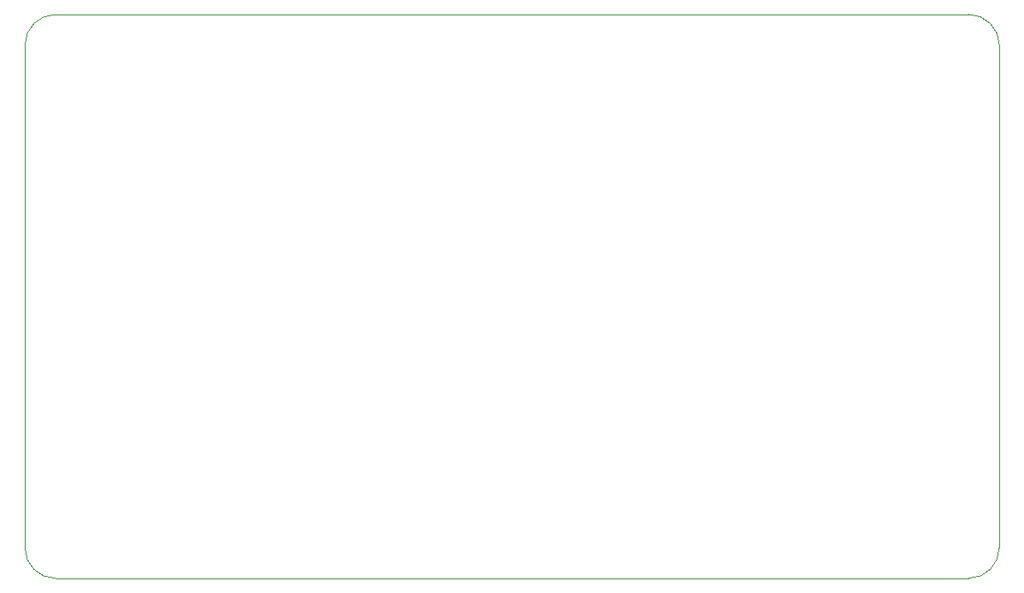
<source format=gbr>
%TF.GenerationSoftware,KiCad,Pcbnew,(6.0.5)*%
%TF.CreationDate,2022-08-05T12:45:28-07:00*%
%TF.ProjectId,RFIDice_V0_revised,52464944-6963-4655-9f56-305f72657669,rev?*%
%TF.SameCoordinates,Original*%
%TF.FileFunction,Profile,NP*%
%FSLAX46Y46*%
G04 Gerber Fmt 4.6, Leading zero omitted, Abs format (unit mm)*
G04 Created by KiCad (PCBNEW (6.0.5)) date 2022-08-05 12:45:28*
%MOMM*%
%LPD*%
G01*
G04 APERTURE LIST*
%TA.AperFunction,Profile*%
%ADD10C,0.100000*%
%TD*%
G04 APERTURE END LIST*
D10*
X79248000Y-106426000D02*
X169672001Y-106426001D01*
X79248000Y-50546000D02*
G75*
G03*
X76200000Y-53594000I0J-3048000D01*
G01*
X76200000Y-103378000D02*
G75*
G03*
X79248000Y-106426000I3048000J0D01*
G01*
X76200000Y-53594000D02*
X76200000Y-103378000D01*
X169672001Y-106426001D02*
G75*
G03*
X172720001Y-103378001I-1J3048001D01*
G01*
X172720001Y-53593999D02*
G75*
G03*
X169672001Y-50545999I-3048001J-1D01*
G01*
X172720001Y-103378001D02*
X172720001Y-53593999D01*
X169672001Y-50545999D02*
X79248000Y-50546000D01*
M02*

</source>
